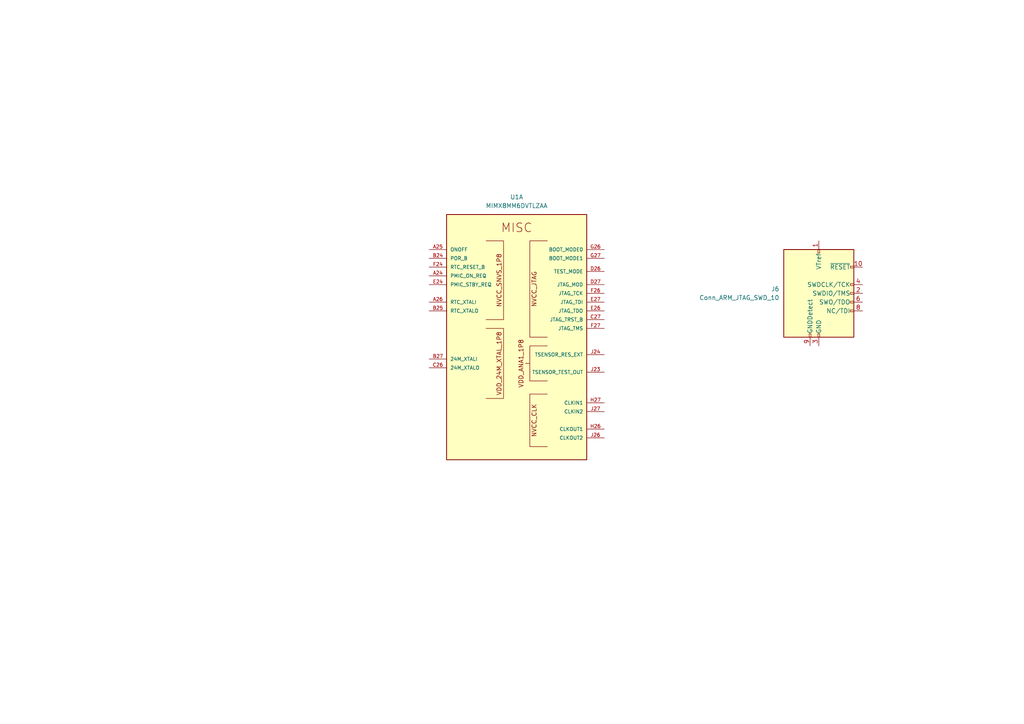
<source format=kicad_sch>
(kicad_sch (version 20211123) (generator eeschema)
  (paper "A4")
  (lib_symbols
    (symbol "Connector:Conn_ARM_JTAG_SWD_10" (pin_names (offset 1.016))
      (property "Reference" "J" (at -2.54 16.51 0))
      (property "Value" "Conn_ARM_JTAG_SWD_10" (at -2.54 13.97 0))
      (symbol "Conn_ARM_JTAG_SWD_10_0_1"
        (rectangle (start -10.16 12.7) (end 10.16 -12.7) (stroke (width 0.254)) (fill (type background)))
        (rectangle (start -2.794 -12.7) (end -2.286 -11.684))
        (rectangle (start -0.254 -12.7) (end 0.254 -11.684))
        (rectangle (start -0.254 12.7) (end 0.254 11.684))
        (rectangle (start 9.144 2.286) (end 10.16 2.794))
        (rectangle (start 10.16 -2.794) (end 9.144 -2.286))
        (rectangle (start 10.16 -0.254) (end 9.144 0.254))
        (rectangle (start 10.16 7.874) (end 9.144 7.366))
      )
      (symbol "Conn_ARM_JTAG_SWD_10_1_1"
        (rectangle (start 9.144 -5.334) (end 10.16 -4.826))
        (pin power_in line (at 0 15.24 270) (length 2.54) (name "VTref") (number "1"))
        (pin open_collector line (at 12.7 7.62 180) (length 2.54) (name "~{RESET}") (number "10"))
        (pin bidirectional line (at 12.7 0 180) (length 2.54) (name "SWDIO/TMS") (number "2"))
        (pin power_in line (at 0 -15.24 90) (length 2.54) (name "GND") (number "3"))
        (pin output line (at 12.7 2.54 180) (length 2.54) (name "SWDCLK/TCK") (number "4"))
        (pin passive line (at 0 -15.24 90) (length 2.54) hide (name "GND") (number "5"))
        (pin input line (at 12.7 -2.54 180) (length 2.54) (name "SWO/TDO") (number "6"))
        (pin no_connect line (at -10.16 0 0) (length 2.54) hide (name "KEY") (number "7"))
        (pin output line (at 12.7 -5.08 180) (length 2.54) (name "NC/TDI") (number "8"))
        (pin passive line (at -2.54 -15.24 90) (length 2.54) (name "GNDDetect") (number "9"))
      )
    )
    (symbol "qsbc:MIMX8MM6DVTLZAA" (pin_names (offset 1.016))
      (property "Reference" "U" (at 16.51 13.97 0))
      (property "Value" "MIMX8MM6DVTLZAA" (at -20.32 13.97 0))
      (symbol "MIMX8MM6DVTLZAA_1_0"
        (rectangle (start -20.32 13.97) (end 20.32 -57.15) (stroke (width 0.254)) (fill (type background)))
        (polyline (pts (xy 3.81 -29.21) (xy 2.54 -29.21)) (stroke (width 0.1524)))
        (text "MISC" (at 0 10.16 0) (effects (font (size 2.54 2.54))))
        (text "NVCC_CLK" (at 5.08 -45.72 900) (effects (font (size 1.27 1.27))))
        (text "NVCC_JTAG" (at 5.08 -7.62 900) (effects (font (size 1.27 1.27))))
        (text "NVCC_SNVS_1P8" (at -5.08 -5.08 900) (effects (font (size 1.27 1.27))))
        (text "VDD_24M_XTAL_1P8" (at -5.08 -29.21 900) (effects (font (size 1.27 1.27))))
        (text "VDD_ANA1_1P8" (at 1.27 -29.21 900) (effects (font (size 1.27 1.27))))
        (pin bidirectional line (at -25.4 -3.81 0) (length 5.08) (name "PMIC_ON_REQ") (number "A24"))
        (pin bidirectional line (at -25.4 3.81 0) (length 5.08) (name "ONOFF") (number "A25"))
        (pin input line (at -25.4 -11.43 0) (length 5.08) (name "RTC_XTALI") (number "A26"))
        (pin bidirectional line (at -25.4 1.27 0) (length 5.08) (name "POR_B") (number "B24"))
        (pin output line (at -25.4 -13.97 0) (length 5.08) (name "RTC_XTALO") (number "B25"))
        (pin input line (at -25.4 -27.94 0) (length 5.08) (name "24M_XTALI") (number "B27"))
        (pin output line (at -25.4 -30.48 0) (length 5.08) (name "24M_XTALO") (number "C26"))
        (pin bidirectional line (at 25.4 -16.51 180) (length 5.08) (name "JTAG_TRST_B") (number "C27"))
        (pin bidirectional line (at 25.4 -2.54 180) (length 5.08) (name "TEST_MODE") (number "D26"))
        (pin bidirectional line (at 25.4 -6.35 180) (length 5.08) (name "JTAG_MOD") (number "D27"))
        (pin bidirectional line (at -25.4 -6.35 0) (length 5.08) (name "PMIC_STBY_REQ") (number "E24"))
        (pin bidirectional line (at 25.4 -13.97 180) (length 5.08) (name "JTAG_TDO") (number "E26"))
        (pin bidirectional line (at 25.4 -11.43 180) (length 5.08) (name "JTAG_TDI") (number "E27"))
        (pin bidirectional line (at -25.4 -1.27 0) (length 5.08) (name "RTC_RESET_B") (number "F24"))
        (pin bidirectional line (at 25.4 -8.89 180) (length 5.08) (name "JTAG_TCK") (number "F26"))
        (pin bidirectional line (at 25.4 -19.05 180) (length 5.08) (name "JTAG_TMS") (number "F27"))
        (pin bidirectional line (at 25.4 3.81 180) (length 5.08) (name "BOOT_MODE0") (number "G26"))
        (pin bidirectional line (at 25.4 1.27 180) (length 5.08) (name "BOOT_MODE1") (number "G27"))
        (pin bidirectional line (at 25.4 -48.26 180) (length 5.08) (name "CLKOUT1") (number "H26"))
        (pin bidirectional line (at 25.4 -40.64 180) (length 5.08) (name "CLKIN1") (number "H27"))
        (pin passive line (at 25.4 -31.75 180) (length 5.08) (name "TSENSOR_TEST_OUT") (number "J23"))
        (pin passive line (at 25.4 -26.67 180) (length 5.08) (name "TSENSOR_RES_EXT") (number "J24"))
        (pin bidirectional line (at 25.4 -50.8 180) (length 5.08) (name "CLKOUT2") (number "J26"))
        (pin bidirectional line (at 25.4 -43.18 180) (length 5.08) (name "CLKIN2") (number "J27"))
      )
      (symbol "MIMX8MM6DVTLZAA_1_1"
        (polyline (pts (xy -8.89 -19.05) (xy -3.81 -19.05) (xy -3.81 -39.37) (xy -8.89 -39.37)) (stroke (width 0.1524)))
        (polyline (pts (xy -8.89 6.35) (xy -3.81 6.35) (xy -3.81 -16.51) (xy -8.89 -16.51)) (stroke (width 0.1524)))
        (polyline (pts (xy 8.89 -38.1) (xy 3.81 -38.1) (xy 3.81 -53.34) (xy 8.89 -53.34)) (stroke (width 0.1524)))
        (polyline (pts (xy 8.89 -24.13) (xy 3.81 -24.13) (xy 3.81 -34.29) (xy 8.89 -34.29)) (stroke (width 0.1524)))
        (polyline (pts (xy 8.89 6.35) (xy 3.81 6.35) (xy 3.81 -21.59) (xy 8.89 -21.59)) (stroke (width 0.1524)))
      )
      (symbol "MIMX8MM6DVTLZAA_2_0"
        (rectangle (start -20.32 13.97) (end 20.32 -128.27) (stroke (width 0.254)) (fill (type background)))
        (text "DDR" (at 0 10.16 0) (effects (font (size 2.54 2.54))))
        (pin bidirectional line (at 25.4 -48.26 180) (length 5.08) (name "DRAM_DQS0_P") (number "A2"))
        (pin bidirectional line (at 25.4 -17.78 180) (length 5.08) (name "DRAM_DQ06") (number "A3"))
        (pin bidirectional line (at 25.4 5.08 180) (length 5.08) (name "DRAM_DM0") (number "A4"))
        (pin bidirectional line (at 25.4 -2.54 180) (length 5.08) (name "DRAM_DQ00") (number "A5"))
        (pin passive line (at 25.4 -111.76 180) (length 5.08) (name "DRAM_DQS2_P") (number "AA1"))
        (pin passive line (at 25.4 -63.5 180) (length 5.08) (name "DRAM_DQ17") (number "AA2"))
        (pin passive line (at 25.4 -104.14 180) (length 5.08) (name "DRAM_DM2") (number "AB1"))
        (pin passive line (at 25.4 -60.96 180) (length 5.08) (name "DRAM_DQ16") (number "AB2"))
        (pin bidirectional line (at -25.4 -50.8 0) (length 5.08) (name "DRAM_AC20") (number "AB4"))
        (pin bidirectional line (at -25.4 -53.34 0) (length 5.08) (name "DRAM_AC21") (number "AB5"))
        (pin bidirectional line (at -25.4 -86.36 0) (length 5.08) (name "DRAM_AC38") (number "AB6"))
        (pin passive line (at 25.4 -76.2 180) (length 5.08) (name "DRAM_DQ22") (number "AC1"))
        (pin passive line (at 25.4 -78.74 180) (length 5.08) (name "DRAM_DQ23") (number "AC2"))
        (pin bidirectional line (at -25.4 -20.32 0) (length 5.08) (name "DRAM_AC30") (number "AC4"))
        (pin passive line (at 25.4 -88.9 180) (length 5.08) (name "DRAM_DQ27") (number "AD1"))
        (pin passive line (at 25.4 -86.36 180) (length 5.08) (name "DRAM_DQ26") (number "AD2"))
        (pin bidirectional line (at -25.4 5.08 0) (length 5.08) (name "DRAM_AC31") (number "AD5"))
        (pin passive line (at 25.4 -91.44 180) (length 5.08) (name "DRAM_DQ28") (number "AE1"))
        (pin passive line (at 25.4 -93.98 180) (length 5.08) (name "DRAM_DQ29") (number "AF1"))
        (pin passive line (at 25.4 -121.92 180) (length 5.08) (name "DRAM_DQS3_N") (number "AF2"))
        (pin passive line (at 25.4 -99.06 180) (length 5.08) (name "DRAM_DQ31") (number "AF4"))
        (pin passive line (at 25.4 -83.82 180) (length 5.08) (name "DRAM_DQ25") (number "AF5"))
        (pin passive line (at 25.4 -119.38 180) (length 5.08) (name "DRAM_DQS3_P") (number "AG2"))
        (pin passive line (at 25.4 -96.52 180) (length 5.08) (name "DRAM_DQ30") (number "AG3"))
        (pin passive line (at 25.4 -106.68 180) (length 5.08) (name "DRAM_DM3") (number "AG4"))
        (pin passive line (at 25.4 -81.28 180) (length 5.08) (name "DRAM_DQ24") (number "AG5"))
        (pin bidirectional line (at 25.4 -15.24 180) (length 5.08) (name "DRAM_DQ05") (number "B1"))
        (pin bidirectional line (at 25.4 -45.72 180) (length 5.08) (name "DRAM_DQS0_N") (number "B2"))
        (pin bidirectional line (at 25.4 -20.32 180) (length 5.08) (name "DRAM_DQ07") (number "B4"))
        (pin bidirectional line (at 25.4 -5.08 180) (length 5.08) (name "DRAM_DQ01") (number "B5"))
        (pin bidirectional line (at 25.4 -12.7 180) (length 5.08) (name "DRAM_DQ04") (number "C1"))
        (pin bidirectional line (at 25.4 -10.16 180) (length 5.08) (name "DRAM_DQ03") (number "D1"))
        (pin bidirectional line (at 25.4 -7.62 180) (length 5.08) (name "DRAM_DQ02") (number "D2"))
        (pin bidirectional line (at -25.4 -15.24 0) (length 5.08) (name "DRAM_AC11") (number "D5"))
        (pin bidirectional line (at 25.4 -38.1 180) (length 5.08) (name "DRAM_DQ14") (number "E1"))
        (pin bidirectional line (at 25.4 -40.64 180) (length 5.08) (name "DRAM_DQ15") (number "E2"))
        (pin bidirectional line (at -25.4 -12.7 0) (length 5.08) (name "DRAM_AC10") (number "E4"))
        (pin bidirectional line (at 25.4 2.54 180) (length 5.08) (name "DRAM_DM1") (number "F1"))
        (pin bidirectional line (at 25.4 -22.86 180) (length 5.08) (name "DRAM_DQ08") (number "F2"))
        (pin bidirectional line (at -25.4 -40.64 0) (length 5.08) (name "DRAM_AC00") (number "F4"))
        (pin bidirectional line (at -25.4 -43.18 0) (length 5.08) (name "DRAM_AC01") (number "F5"))
        (pin bidirectional line (at -25.4 -63.5 0) (length 5.08) (name "DRAM_AC06") (number "F6"))
        (pin bidirectional line (at 25.4 -55.88 180) (length 5.08) (name "DRAM_DQS1_P") (number "G1"))
        (pin bidirectional line (at 25.4 -25.4 180) (length 5.08) (name "DRAM_DQ09") (number "G2"))
        (pin bidirectional line (at 25.4 -53.34 180) (length 5.08) (name "DRAM_DQS1_N") (number "H1"))
        (pin bidirectional line (at 25.4 -27.94 180) (length 5.08) (name "DRAM_DQ10") (number "J1"))
        (pin bidirectional line (at 25.4 -30.48 180) (length 5.08) (name "DRAM_DQ11") (number "J2"))
        (pin bidirectional line (at -25.4 -66.04 0) (length 5.08) (name "DRAM_AC03") (number "J4"))
        (pin bidirectional line (at -25.4 -17.78 0) (length 5.08) (name "DRAM_AC07") (number "J5"))
        (pin bidirectional line (at -25.4 -25.4 0) (length 5.08) (name "DRAM_AC08") (number "J6"))
        (pin bidirectional line (at 25.4 -35.56 180) (length 5.08) (name "DRAM_DQ13") (number "K1"))
        (pin bidirectional line (at 25.4 -33.02 180) (length 5.08) (name "DRAM_DQ12") (number "K2"))
        (pin bidirectional line (at -25.4 -60.96 0) (length 5.08) (name "DRAM_AC02") (number "K4"))
        (pin bidirectional line (at -25.4 -5.08 0) (length 5.08) (name "DRAM_AC14") (number "K5"))
        (pin bidirectional line (at -25.4 -22.86 0) (length 5.08) (name "DRAM_AC09") (number "K6"))
        (pin bidirectional line (at -25.4 -58.42 0) (length 5.08) (name "DRAM_AC05") (number "L1"))
        (pin bidirectional line (at -25.4 -55.88 0) (length 5.08) (name "DRAM_AC04") (number "L2"))
        (pin bidirectional line (at -25.4 -45.72 0) (length 5.08) (name "DRAM_AC16") (number "M1"))
        (pin bidirectional line (at -25.4 -48.26 0) (length 5.08) (name "DRAM_AC17") (number "M2"))
        (pin bidirectional line (at -25.4 -71.12 0) (length 5.08) (name "DRAM_AC26") (number "N1"))
        (pin bidirectional line (at -25.4 -83.82 0) (length 5.08) (name "DRAM_AC19") (number "N2"))
        (pin bidirectional line (at -25.4 -10.16 0) (length 5.08) (name "DRAM_AC12") (number "N4"))
        (pin bidirectional line (at -25.4 -7.62 0) (length 5.08) (name "DRAM_AC13") (number "N5"))
        (pin bidirectional line (at -25.4 -2.54 0) (length 5.08) (name "DRAM_AC15") (number "N6"))
        (pin bidirectional line (at -25.4 -101.6 0) (length 5.08) (name "DRAM_VREF") (number "P1"))
        (pin bidirectional line (at -25.4 -106.68 0) (length 5.08) (name "DRAM_ZN") (number "P2"))
        (pin bidirectional line (at -25.4 -96.52 0) (length 5.08) (name "DRAM_RESET_N") (number "R1"))
        (pin bidirectional line (at -25.4 -111.76 0) (length 5.08) (name "DRAM_ALERT_N") (number "R2"))
        (pin bidirectional line (at -25.4 -78.74 0) (length 5.08) (name "DRAM_AC32") (number "R4"))
        (pin bidirectional line (at -25.4 -33.02 0) (length 5.08) (name "DRAM_AC33") (number "R5"))
        (pin bidirectional line (at -25.4 -88.9 0) (length 5.08) (name "DRAM_AC27") (number "R6"))
        (pin bidirectional line (at -25.4 -30.48 0) (length 5.08) (name "DRAM_AC34") (number "T1"))
        (pin bidirectional line (at -25.4 -35.56 0) (length 5.08) (name "DRAM_AC35") (number "T2"))
        (pin bidirectional line (at -25.4 2.54 0) (length 5.08) (name "DRAM_AC25") (number "U1"))
        (pin bidirectional line (at -25.4 0 0) (length 5.08) (name "DRAM_AC24") (number "U2"))
        (pin passive line (at 25.4 -73.66 180) (length 5.08) (name "DRAM_DQ21") (number "V1"))
        (pin passive line (at 25.4 -71.12 180) (length 5.08) (name "DRAM_DQ20") (number "V2"))
        (pin bidirectional line (at -25.4 -81.28 0) (length 5.08) (name "DRAM_AC23") (number "V4"))
        (pin bidirectional line (at -25.4 -73.66 0) (length 5.08) (name "DRAM_AC36") (number "V5"))
        (pin bidirectional line (at -25.4 -68.58 0) (length 5.08) (name "DRAM_AC29") (number "V6"))
        (pin passive line (at 25.4 -66.04 180) (length 5.08) (name "DRAM_DQ18") (number "W1"))
        (pin passive line (at 25.4 -68.58 180) (length 5.08) (name "DRAM_DQ19") (number "W2"))
        (pin bidirectional line (at -25.4 -91.44 0) (length 5.08) (name "DRAM_AC22") (number "W4"))
        (pin bidirectional line (at -25.4 -76.2 0) (length 5.08) (name "DRAM_AC37") (number "W5"))
        (pin bidirectional line (at -25.4 -27.94 0) (length 5.08) (name "DRAM_AC28") (number "W6"))
        (pin passive line (at 25.4 -114.3 180) (length 5.08) (name "DRAM_DQS2_N") (number "Y1"))
      )
      (symbol "MIMX8MM6DVTLZAA_3_0"
        (rectangle (start -20.32 13.97) (end 20.32 -40.64) (stroke (width 0.254)) (fill (type background)))
        (text "GPIO" (at 0 10.16 0) (effects (font (size 2.54 2.54))))
        (text "NVCC_GPIO1" (at -13.97 -15.24 900) (effects (font (size 1.27 1.27))))
        (pin bidirectional line (at 25.4 -26.67 180) (length 5.08) (name "GPIO1_IO12") (number "AB10"))
        (pin bidirectional line (at 25.4 -34.29 180) (length 5.08) (name "GPIO1_IO15") (number "AB9"))
        (pin bidirectional line (at 25.4 -24.13 180) (length 5.08) (name "GPIO1_IO11") (number "AC10"))
        (pin bidirectional line (at 25.4 -31.75 180) (length 5.08) (name "GPIO1_IO14") (number "AC9"))
        (pin bidirectional line (at 25.4 -21.59 180) (length 5.08) (name "GPIO1_IO10") (number "AD10"))
        (pin bidirectional line (at 25.4 -29.21 180) (length 5.08) (name "GPIO1_IO13") (number "AD9"))
        (pin bidirectional line (at 25.4 -19.05 180) (length 5.08) (name "GPIO1_IO09") (number "AF10"))
        (pin bidirectional line (at 25.4 -13.97 180) (length 5.08) (name "GPIO1_IO07") (number "AF11"))
        (pin bidirectional line (at 25.4 -8.89 180) (length 5.08) (name "GPIO1_IO05") (number "AF12"))
        (pin bidirectional line (at 25.4 -3.81 180) (length 5.08) (name "GPIO1_IO03") (number "AF13"))
        (pin bidirectional line (at 25.4 1.27 180) (length 5.08) (name "GPIO1_IO01") (number "AF14"))
        (pin bidirectional line (at 25.4 -16.51 180) (length 5.08) (name "GPIO1_IO08") (number "AG10"))
        (pin bidirectional line (at 25.4 -11.43 180) (length 5.08) (name "GPIO1_IO06") (number "AG11"))
        (pin bidirectional line (at 25.4 -6.35 180) (length 5.08) (name "GPIO1_IO04") (number "AG12"))
        (pin bidirectional line (at 25.4 -1.27 180) (length 5.08) (name "GPIO1_IO02") (number "AG13"))
        (pin bidirectional line (at 25.4 3.81 180) (length 5.08) (name "GPIO1_IO00") (number "AG14"))
      )
      (symbol "MIMX8MM6DVTLZAA_3_1"
        (polyline (pts (xy -10.16 6.35) (xy -15.24 6.35) (xy -15.24 -36.83) (xy -10.16 -36.83)) (stroke (width 0.1524)))
      )
      (symbol "MIMX8MM6DVTLZAA_4_0"
        (rectangle (start -20.32 13.97) (end 20.32 -38.1) (stroke (width 0.254)) (fill (type background)))
        (text "CSI" (at 0 10.16 0) (effects (font (size 2.54 2.54))))
        (text "VDD_MIPI_1P8" (at -13.97 -13.97 900) (effects (font (size 1.27 1.27))))
        (pin bidirectional line (at 25.4 -5.08 180) (length 5.08) (name "MIPI_CSI_D0_N") (number "A14"))
        (pin bidirectional line (at 25.4 -12.7 180) (length 5.08) (name "MIPI_CSI_D1_N") (number "A15"))
        (pin bidirectional line (at 25.4 3.81 180) (length 5.08) (name "MIPI_CSI_CLK_N") (number "A16"))
        (pin bidirectional line (at 25.4 -20.32 180) (length 5.08) (name "MIPI_CSI_D2_N") (number "A17"))
        (pin bidirectional line (at 25.4 -27.94 180) (length 5.08) (name "MIPI_CSI_D3_N") (number "A18"))
        (pin bidirectional line (at 25.4 -7.62 180) (length 5.08) (name "MIPI_CSI_D0_P") (number "B14"))
        (pin bidirectional line (at 25.4 -15.24 180) (length 5.08) (name "MIPI_CSI_D1_P") (number "B15"))
        (pin bidirectional line (at 25.4 1.27 180) (length 5.08) (name "MIPI_CSI_CLK_P") (number "B16"))
        (pin bidirectional line (at 25.4 -22.86 180) (length 5.08) (name "MIPI_CSI_D2_P") (number "B17"))
        (pin bidirectional line (at 25.4 -30.48 180) (length 5.08) (name "MIPI_CSI_D3_P") (number "B18"))
      )
      (symbol "MIMX8MM6DVTLZAA_4_1"
        (polyline (pts (xy -10.16 6.35) (xy -15.24 6.35) (xy -15.24 -34.29) (xy -10.16 -34.29)) (stroke (width 0.1524)))
      )
      (symbol "MIMX8MM6DVTLZAA_5_0"
        (rectangle (start -20.32 13.97) (end 20.32 -55.88) (stroke (width 0.254)) (fill (type background)))
        (text "NAND" (at 0 10.16 0) (effects (font (size 2.54 2.54))))
        (text "NVCC_NAND" (at -13.97 -22.86 900) (effects (font (size 1.27 1.27))))
        (pin bidirectional line (at 25.4 -31.75 180) (length 5.08) (name "NAND_DATA02") (number "K23"))
        (pin bidirectional line (at 25.4 -29.21 180) (length 5.08) (name "NAND_DATA01") (number "K24"))
        (pin bidirectional line (at 25.4 -41.91 180) (length 5.08) (name "NAND_DATA06") (number "K26"))
        (pin bidirectional line (at 25.4 -11.43 180) (length 5.08) (name "NAND_CLE") (number "K27"))
        (pin bidirectional line (at 25.4 -39.37 180) (length 5.08) (name "NAND_DATA05") (number "L26"))
        (pin bidirectional line (at 25.4 -3.81 180) (length 5.08) (name "NAND_CE3_B") (number "L27"))
        (pin bidirectional line (at 25.4 -36.83 180) (length 5.08) (name "NAND_DATA04") (number "M26"))
        (pin bidirectional line (at 25.4 -1.27 180) (length 5.08) (name "NAND_CE2_B") (number "M27"))
        (pin bidirectional line (at 25.4 -8.89 180) (length 5.08) (name "NAND_ALE") (number "N22"))
        (pin bidirectional line (at 25.4 -34.29 180) (length 5.08) (name "NAND_DATA03") (number "N23"))
        (pin bidirectional line (at 25.4 3.81 180) (length 5.08) (name "NAND_CE0_B") (number "N24"))
        (pin bidirectional line (at 25.4 -44.45 180) (length 5.08) (name "NAND_DATA07") (number "N26"))
        (pin bidirectional line (at 25.4 -13.97 180) (length 5.08) (name "NAND_RE_B") (number "N27"))
        (pin bidirectional line (at 25.4 -26.67 180) (length 5.08) (name "NAND_DATA00") (number "P23"))
        (pin bidirectional line (at 25.4 -21.59 180) (length 5.08) (name "NAND_READY_B") (number "P26"))
        (pin bidirectional line (at 25.4 1.27 180) (length 5.08) (name "NAND_CE1_B") (number "P27"))
        (pin bidirectional line (at 25.4 -49.53 180) (length 5.08) (name "NAND_DQS") (number "R22"))
        (pin bidirectional line (at 25.4 -16.51 180) (length 5.08) (name "NAND_WE_B") (number "R26"))
        (pin bidirectional line (at 25.4 -19.05 180) (length 5.08) (name "NAND_WP_B") (number "R27"))
      )
      (symbol "MIMX8MM6DVTLZAA_5_1"
        (polyline (pts (xy -10.16 6.35) (xy -15.24 6.35) (xy -15.24 -52.07) (xy -10.16 -52.07)) (stroke (width 0.1524)))
      )
      (symbol "MIMX8MM6DVTLZAA_6_0"
        (rectangle (start -20.32 13.97) (end 20.32 -83.82) (stroke (width 0.254)) (fill (type background)))
        (text "NVCC_SAI1" (at -3.81 -22.86 900) (effects (font (size 1.27 1.27))))
        (text "NVCC_SAI2" (at 3.81 -68.58 900) (effects (font (size 1.27 1.27))))
        (text "NVCC_SAI3" (at 3.81 -36.83 900) (effects (font (size 1.27 1.27))))
        (text "NVCC_SAI5" (at 3.81 -5.08 900) (effects (font (size 1.27 1.27))))
        (text "SAI" (at 0 10.16 0) (effects (font (size 2.54 2.54))))
        (pin bidirectional line (at 25.4 0 180) (length 5.08) (name "SAI5_RXFS") (number "AB15"))
        (pin bidirectional line (at -25.4 3.81 0) (length 5.08) (name "SAI1_MCLK") (number "AB18"))
        (pin bidirectional line (at -25.4 0 0) (length 5.08) (name "SAI1_TXFS") (number "AB19"))
        (pin bidirectional line (at 25.4 -74.93 180) (length 5.08) (name "SAI2_RXC") (number "AB22"))
        (pin bidirectional line (at 25.4 -12.7 180) (length 5.08) (name "SAI5_RXD3") (number "AC13"))
        (pin bidirectional line (at 25.4 -7.62 180) (length 5.08) (name "SAI5_RXD1") (number "AC14"))
        (pin bidirectional line (at 25.4 -2.54 180) (length 5.08) (name "SAI5_RXC") (number "AC15"))
        (pin bidirectional line (at -25.4 -2.54 0) (length 5.08) (name "SAI1_TXC") (number "AC18"))
        (pin bidirectional line (at 25.4 -72.39 180) (length 5.08) (name "SAI2_RXFS") (number "AC19"))
        (pin bidirectional line (at 25.4 -68.58 180) (length 5.08) (name "SAI2_TXD0") (number "AC22"))
        (pin bidirectional line (at 25.4 -77.47 180) (length 5.08) (name "SAI2_RXD0") (number "AC24"))
        (pin bidirectional line (at 25.4 -26.67 180) (length 5.08) (name "SAI3_TXFS") (number "AC6"))
        (pin bidirectional line (at 25.4 -10.16 180) (length 5.08) (name "SAI5_RXD2") (number "AD13"))
        (pin bidirectional line (at 25.4 3.81 180) (length 5.08) (name "SAI5_MCLK") (number "AD15"))
        (pin bidirectional line (at 25.4 -5.08 180) (length 5.08) (name "SAI5_RXD0") (number "AD18"))
        (pin bidirectional line (at 25.4 -59.69 180) (length 5.08) (name "SAI2_MCLK") (number "AD19"))
        (pin bidirectional line (at 25.4 -66.04 180) (length 5.08) (name "SAI2_TXC") (number "AD22"))
        (pin bidirectional line (at 25.4 -63.5 180) (length 5.08) (name "SAI2_TXFS") (number "AD23"))
        (pin bidirectional line (at 25.4 -22.86 180) (length 5.08) (name "SAI3_MCLK") (number "AD6"))
        (pin bidirectional line (at -25.4 -34.29 0) (length 5.08) (name "SAI1_RXD1") (number "AF15"))
        (pin bidirectional line (at -25.4 -29.21 0) (length 5.08) (name "SAI1_RXC") (number "AF16"))
        (pin bidirectional line (at -25.4 -39.37 0) (length 5.08) (name "SAI1_RXD3") (number "AF17"))
        (pin bidirectional line (at -25.4 -44.45 0) (length 5.08) (name "SAI1_RXD5") (number "AF18"))
        (pin bidirectional line (at -25.4 -49.53 0) (length 5.08) (name "SAI1_RXD7") (number "AF19"))
        (pin bidirectional line (at -25.4 -7.62 0) (length 5.08) (name "SAI1_TXD1") (number "AF20"))
        (pin bidirectional line (at -25.4 -12.7 0) (length 5.08) (name "SAI1_TXD3") (number "AF21"))
        (pin bidirectional line (at -25.4 -17.78 0) (length 5.08) (name "SAI1_TXD5") (number "AF22"))
        (pin bidirectional line (at -25.4 -22.86 0) (length 5.08) (name "SAI1_TXD7") (number "AF23"))
        (pin bidirectional line (at 25.4 -31.75 180) (length 5.08) (name "SAI3_TXD") (number "AF6"))
        (pin bidirectional line (at 25.4 -40.64 180) (length 5.08) (name "SAI3_RXD") (number "AF7"))
        (pin bidirectional line (at 25.4 -45.72 180) (length 5.08) (name "SPDIF_EXT_CLK") (number "AF8"))
        (pin bidirectional line (at 25.4 -50.8 180) (length 5.08) (name "SPDIF_TX") (number "AF9"))
        (pin bidirectional line (at -25.4 -31.75 0) (length 5.08) (name "SAI1_RXD0") (number "AG15"))
        (pin bidirectional line (at -25.4 -26.67 0) (length 5.08) (name "SAI1_RXFS") (number "AG16"))
        (pin bidirectional line (at -25.4 -36.83 0) (length 5.08) (name "SAI1_RXD2") (number "AG17"))
        (pin bidirectional line (at -25.4 -41.91 0) (length 5.08) (name "SAI1_RXD4") (number "AG18"))
        (pin bidirectional line (at -25.4 -46.99 0) (length 5.08) (name "SAI1_RXD6") (number "AG19"))
        (pin bidirectional line (at -25.4 -5.08 0) (length 5.08) (name "SAI1_TXD0") (number "AG20"))
        (pin bidirectional line (at -25.4 -10.16 0) (length 5.08) (name "SAI1_TXD2") (number "AG21"))
        (pin bidirectional line (at -25.4 -15.24 0) (length 5.08) (name "SAI1_TXD4") (number "AG22"))
        (pin bidirectional line (at -25.4 -20.32 0) (length 5.08) (name "SAI1_TXD6") (number "AG23"))
        (pin bidirectional line (at 25.4 -29.21 180) (length 5.08) (name "SAI3_TXC") (number "AG6"))
        (pin bidirectional line (at 25.4 -38.1 180) (length 5.08) (name "SAI3_RXC") (number "AG7"))
        (pin bidirectional line (at 25.4 -35.56 180) (length 5.08) (name "SAI3_RXFS") (number "AG8"))
        (pin bidirectional line (at 25.4 -48.26 180) (length 5.08) (name "SPDIF_RX") (number "AG9"))
      )
      (symbol "MIMX8MM6DVTLZAA_6_1"
        (polyline (pts (xy -7.62 6.35) (xy -2.54 6.35) (xy -2.54 -52.07) (xy -7.62 -52.07)) (stroke (width 0.1524)))
        (polyline (pts (xy 7.62 -57.15) (xy 2.54 -57.15) (xy 2.54 -80.01) (xy 7.62 -80.01)) (stroke (width 0.1524)))
        (polyline (pts (xy 7.62 -20.32) (xy 2.54 -20.32) (xy 2.54 -53.34) (xy 7.62 -53.34)) (stroke (width 0.1524)))
        (polyline (pts (xy 7.62 6.35) (xy 2.54 6.35) (xy 2.54 -16.51) (xy 7.62 -16.51)) (stroke (width 0.1524)))
      )
      (symbol "MIMX8MM6DVTLZAA_7_0"
        (rectangle (start -20.32 13.97) (end 20.32 -40.64) (stroke (width 0.254)) (fill (type background)))
        (text "ENET" (at 0 10.16 0) (effects (font (size 2.54 2.54))))
        (text "NVCC_ENET" (at -13.97 -15.24 900) (effects (font (size 1.27 1.27))))
        (pin bidirectional line (at 25.4 1.27 180) (length 5.08) (name "ENET_MDIO") (number "AB27"))
        (pin bidirectional line (at 25.4 -34.29 180) (length 5.08) (name "ENET_RD3") (number "AC26"))
        (pin bidirectional line (at 25.4 3.81 180) (length 5.08) (name "ENET_MDC") (number "AC27"))
        (pin bidirectional line (at 25.4 -31.75 180) (length 5.08) (name "ENET_RD2") (number "AD26"))
        (pin bidirectional line (at 25.4 -29.21 180) (length 5.08) (name "ENET_RD1") (number "AD27"))
        (pin bidirectional line (at 25.4 -24.13 180) (length 5.08) (name "ENET_RXC") (number "AE26"))
        (pin bidirectional line (at 25.4 -26.67 180) (length 5.08) (name "ENET_RD0") (number "AE27"))
        (pin bidirectional line (at 25.4 -3.81 180) (length 5.08) (name "ENET_TX_CTL") (number "AF24"))
        (pin bidirectional line (at 25.4 -16.51 180) (length 5.08) (name "ENET_TD3") (number "AF25"))
        (pin bidirectional line (at 25.4 -11.43 180) (length 5.08) (name "ENET_TD1") (number "AF26"))
        (pin bidirectional line (at 25.4 -21.59 180) (length 5.08) (name "ENET_RX_CTL") (number "AF27"))
        (pin bidirectional line (at 25.4 -6.35 180) (length 5.08) (name "ENET_TXC") (number "AG24"))
        (pin bidirectional line (at 25.4 -13.97 180) (length 5.08) (name "ENET_TD2") (number "AG25"))
        (pin bidirectional line (at 25.4 -8.89 180) (length 5.08) (name "ENET_TD0") (number "AG26"))
      )
      (symbol "MIMX8MM6DVTLZAA_7_1"
        (polyline (pts (xy -10.16 6.35) (xy -15.24 6.35) (xy -15.24 -36.83) (xy -10.16 -36.83)) (stroke (width 0.1524)))
      )
      (symbol "MIMX8MM6DVTLZAA_8_0"
        (rectangle (start -20.32 13.97) (end 20.32 -121.92) (stroke (width 0.254)) (fill (type background)))
        (text "GND" (at 0 10.16 0) (effects (font (size 2.54 2.54))))
        (pin power_in line (at 25.4 -48.26 180) (length 5.08) (name "VSS") (number "A1"))
        (pin power_in line (at -25.4 -119.38 0) (length 5.08) (name "VSS") (number "A27"))
        (pin power_in line (at -25.4 -27.94 0) (length 5.08) (name "VSS") (number "AA10"))
        (pin power_in line (at -25.4 2.54 0) (length 5.08) (name "VSS") (number "AA13"))
        (pin power_in line (at 25.4 -73.66 180) (length 5.08) (name "VSS") (number "AA15"))
        (pin power_in line (at 25.4 -109.22 180) (length 5.08) (name "VSS") (number "AA18"))
        (pin power_in line (at 25.4 -114.3 180) (length 5.08) (name "VSS") (number "AA19"))
        (pin power_in line (at -25.4 -91.44 0) (length 5.08) (name "VSS") (number "AA21"))
        (pin power_in line (at -25.4 -40.64 0) (length 5.08) (name "VSS") (number "AA7"))
        (pin power_in line (at -25.4 -43.18 0) (length 5.08) (name "VSS") (number "AA9"))
        (pin power_in line (at 25.4 -99.06 180) (length 5.08) (name "VSS") (number "AB25"))
        (pin power_in line (at 25.4 -7.62 180) (length 5.08) (name "VSS") (number "AB3"))
        (pin power_in line (at 25.4 -96.52 180) (length 5.08) (name "VSS") (number "AC25"))
        (pin power_in line (at 25.4 -5.08 180) (length 5.08) (name "VSS") (number "AC3"))
        (pin power_in line (at -25.4 -12.7 0) (length 5.08) (name "VSS") (number "AE10"))
        (pin power_in line (at -25.4 7.62 0) (length 5.08) (name "VSS") (number "AE13"))
        (pin power_in line (at -25.4 -58.42 0) (length 5.08) (name "VSS") (number "AE14"))
        (pin power_in line (at 25.4 -76.2 180) (length 5.08) (name "VSS") (number "AE15"))
        (pin power_in line (at -25.4 -60.96 0) (length 5.08) (name "VSS") (number "AE18"))
        (pin power_in line (at -25.4 -66.04 0) (length 5.08) (name "VSS") (number "AE19"))
        (pin power_in line (at 25.4 -53.34 180) (length 5.08) (name "VSS") (number "AE2"))
        (pin power_in line (at -25.4 -106.68 0) (length 5.08) (name "VSS") (number "AE22"))
        (pin power_in line (at -25.4 -111.76 0) (length 5.08) (name "VSS") (number "AE23"))
        (pin power_in line (at 25.4 -2.54 180) (length 5.08) (name "VSS") (number "AE5"))
        (pin power_in line (at 25.4 7.62 180) (length 5.08) (name "VSS") (number "AE6"))
        (pin power_in line (at -25.4 -30.48 0) (length 5.08) (name "VSS") (number "AE9"))
        (pin power_in line (at 25.4 -12.7 180) (length 5.08) (name "VSS") (number "AF3"))
        (pin power_in line (at 25.4 -50.8 180) (length 5.08) (name "VSS") (number "AG1"))
        (pin power_in line (at 25.4 -116.84 180) (length 5.08) (name "VSS") (number "AG27"))
        (pin power_in line (at -25.4 -116.84 0) (length 5.08) (name "VSS") (number "B26"))
        (pin power_in line (at 25.4 -43.18 180) (length 5.08) (name "VSS") (number "B3"))
        (pin power_in line (at -25.4 -33.02 0) (length 5.08) (name "VSS") (number "C10"))
        (pin power_in line (at -25.4 -17.78 0) (length 5.08) (name "VSS") (number "C13"))
        (pin power_in line (at -25.4 10.16 0) (length 5.08) (name "VSS") (number "C14"))
        (pin power_in line (at 25.4 -66.04 180) (length 5.08) (name "VSS") (number "C15"))
        (pin power_in line (at 25.4 -93.98 180) (length 5.08) (name "VSS") (number "C18"))
        (pin power_in line (at 25.4 -111.76 180) (length 5.08) (name "VSS") (number "C19"))
        (pin power_in line (at 25.4 -40.64 180) (length 5.08) (name "VSS") (number "C2"))
        (pin power_in line (at -25.4 -88.9 0) (length 5.08) (name "VSS") (number "C22"))
        (pin power_in line (at -25.4 -109.22 0) (length 5.08) (name "VSS") (number "C23"))
        (pin power_in line (at 25.4 -10.16 180) (length 5.08) (name "VSS") (number "C5"))
        (pin power_in line (at 25.4 5.08 180) (length 5.08) (name "VSS") (number "C6"))
        (pin power_in line (at -25.4 -38.1 0) (length 5.08) (name "VSS") (number "C9"))
        (pin power_in line (at -25.4 -96.52 0) (length 5.08) (name "VSS") (number "E25"))
        (pin power_in line (at 25.4 -45.72 180) (length 5.08) (name "VSS") (number "E3"))
        (pin power_in line (at -25.4 -99.06 0) (length 5.08) (name "VSS") (number "F25"))
        (pin power_in line (at 25.4 -30.48 180) (length 5.08) (name "VSS") (number "F3"))
        (pin power_in line (at -25.4 -25.4 0) (length 5.08) (name "VSS") (number "G10"))
        (pin power_in line (at -25.4 -15.24 0) (length 5.08) (name "VSS") (number "G13"))
        (pin power_in line (at 25.4 -68.58 180) (length 5.08) (name "VSS") (number "G15"))
        (pin power_in line (at -25.4 -55.88 0) (length 5.08) (name "VSS") (number "G18"))
        (pin power_in line (at -25.4 -63.5 0) (length 5.08) (name "VSS") (number "G19"))
        (pin power_in line (at -25.4 -73.66 0) (length 5.08) (name "VSS") (number "G21"))
        (pin power_in line (at 25.4 0 180) (length 5.08) (name "VSS") (number "G7"))
        (pin power_in line (at -25.4 -35.56 0) (length 5.08) (name "VSS") (number "G9"))
        (pin power_in line (at 25.4 -106.68 180) (length 5.08) (name "VSS") (number "H18"))
        (pin power_in line (at 25.4 -38.1 180) (length 5.08) (name "VSS") (number "H2"))
        (pin power_in line (at -25.4 -76.2 0) (length 5.08) (name "VSS") (number "J21"))
        (pin power_in line (at -25.4 -101.6 0) (length 5.08) (name "VSS") (number "J25"))
        (pin power_in line (at 25.4 -33.02 180) (length 5.08) (name "VSS") (number "J3"))
        (pin power_in line (at 25.4 2.54 180) (length 5.08) (name "VSS") (number "J7"))
        (pin power_in line (at -25.4 -68.58 0) (length 5.08) (name "VSS") (number "K20"))
        (pin power_in line (at -25.4 -78.74 0) (length 5.08) (name "VSS") (number "K21"))
        (pin power_in line (at 25.4 -55.88 180) (length 5.08) (name "VSS") (number "K25"))
        (pin power_in line (at 25.4 -25.4 180) (length 5.08) (name "VSS") (number "K3"))
        (pin power_in line (at 25.4 10.16 180) (length 5.08) (name "VSS") (number "K7"))
        (pin power_in line (at -25.4 -10.16 0) (length 5.08) (name "VSS") (number "L12"))
        (pin power_in line (at 25.4 -78.74 180) (length 5.08) (name "VSS") (number "L16"))
        (pin power_in line (at -25.4 -7.62 0) (length 5.08) (name "VSS") (number "M12"))
        (pin power_in line (at 25.4 -81.28 180) (length 5.08) (name "VSS") (number "M16"))
        (pin power_in line (at -25.4 -5.08 0) (length 5.08) (name "VSS") (number "N12"))
        (pin power_in line (at 25.4 -83.82 180) (length 5.08) (name "VSS") (number "N16"))
        (pin power_in line (at -25.4 -81.28 0) (length 5.08) (name "VSS") (number "N21"))
        (pin power_in line (at 25.4 -60.96 180) (length 5.08) (name "VSS") (number "N25"))
        (pin power_in line (at 25.4 -27.94 180) (length 5.08) (name "VSS") (number "N3"))
        (pin power_in line (at -25.4 -48.26 0) (length 5.08) (name "VSS") (number "N7"))
        (pin power_in line (at -25.4 0 0) (length 5.08) (name "VSS") (number "P13"))
        (pin power_in line (at 25.4 -71.12 180) (length 5.08) (name "VSS") (number "P15"))
        (pin power_in line (at -25.4 -83.82 0) (length 5.08) (name "VSS") (number "P21"))
        (pin power_in line (at 25.4 -58.42 180) (length 5.08) (name "VSS") (number "P25"))
        (pin power_in line (at 25.4 -20.32 180) (length 5.08) (name "VSS") (number "P3"))
        (pin power_in line (at -25.4 -2.54 0) (length 5.08) (name "VSS") (number "R12"))
        (pin power_in line (at 25.4 -86.36 180) (length 5.08) (name "VSS") (number "R16"))
        (pin power_in line (at -25.4 -71.12 0) (length 5.08) (name "VSS") (number "R20"))
        (pin power_in line (at -25.4 -86.36 0) (length 5.08) (name "VSS") (number "R21"))
        (pin power_in line (at -25.4 -104.14 0) (length 5.08) (name "VSS") (number "R25"))
        (pin power_in line (at 25.4 -17.78 180) (length 5.08) (name "VSS") (number "R3"))
        (pin power_in line (at -25.4 -45.72 0) (length 5.08) (name "VSS") (number "R7"))
        (pin power_in line (at -25.4 -22.86 0) (length 5.08) (name "VSS") (number "T12"))
        (pin power_in line (at 25.4 -88.9 180) (length 5.08) (name "VSS") (number "T16"))
        (pin power_in line (at -25.4 -20.32 0) (length 5.08) (name "VSS") (number "U12"))
        (pin power_in line (at 25.4 -91.44 180) (length 5.08) (name "VSS") (number "U16"))
        (pin power_in line (at -25.4 -114.3 0) (length 5.08) (name "VSS") (number "V21"))
        (pin power_in line (at 25.4 -104.14 180) (length 5.08) (name "VSS") (number "V25"))
        (pin power_in line (at 25.4 -15.24 180) (length 5.08) (name "VSS") (number "V3"))
        (pin power_in line (at -25.4 -53.34 0) (length 5.08) (name "VSS") (number "V7"))
        (pin power_in line (at -25.4 -93.98 0) (length 5.08) (name "VSS") (number "W21"))
        (pin power_in line (at 25.4 -101.6 180) (length 5.08) (name "VSS") (number "W25"))
        (pin power_in line (at 25.4 -22.86 180) (length 5.08) (name "VSS") (number "W3"))
        (pin power_in line (at -25.4 -50.8 0) (length 5.08) (name "VSS") (number "W7"))
        (pin power_in line (at -25.4 5.08 0) (length 5.08) (name "VSS") (number "Y13"))
        (pin power_in line (at 25.4 -63.5 180) (length 5.08) (name "VSS") (number "Y18"))
        (pin power_in line (at 25.4 -35.56 180) (length 5.08) (name "VSS") (number "Y2"))
      )
      (symbol "MIMX8MM6DVTLZAA_9_0"
        (rectangle (start -20.32 13.97) (end 20.32 -186.69) (stroke (width 0.254)) (fill (type background)))
        (text "Power" (at 0 10.16 0) (effects (font (size 2.54 2.54))))
        (pin power_in line (at 25.4 -78.74 180) (length 5.08) (name "VDD_ANA0_1P8") (number "AA14"))
        (pin power_in line (at 25.4 -55.88 180) (length 5.08) (name "PVCC0_1P8") (number "AB13"))
        (pin power_in line (at 25.4 -172.72 180) (length 5.08) (name "MIPI_VREG_CAP") (number "D15"))
        (pin power_in line (at 25.4 -104.14 180) (length 5.08) (name "VDD_PCI_1P8") (number "G14"))
        (pin power_in line (at 25.4 -29.21 180) (length 5.08) (name "NVCC_ECSPI") (number "H10"))
        (pin power_in line (at 25.4 -106.68 180) (length 5.08) (name "VDD_MIPI_1P8") (number "H13"))
        (pin power_in line (at 25.4 -101.6 180) (length 5.08) (name "VDD_USB_1P8") (number "H15"))
        (pin power_in line (at -25.4 -124.46 0) (length 5.08) (name "VDD_DRAM") (number "J10"))
        (pin power_in line (at 25.4 -21.59 180) (length 5.08) (name "NVCC_I2C") (number "J11"))
        (pin power_in line (at 25.4 -25.4 180) (length 5.08) (name "NVCC_UART") (number "J12"))
        (pin power_in line (at 25.4 -60.96 180) (length 5.08) (name "PVCC2_1P8") (number "J13"))
        (pin power_in line (at 25.4 -168.91 180) (length 5.08) (name "VDD_MIPI_0P9") (number "J14"))
        (pin power_in line (at 25.4 -165.1 180) (length 5.08) (name "VDD_MIPI_1P2") (number "J15"))
        (pin power_in line (at 25.4 -132.08 180) (length 5.08) (name "VDD_PCI_0P8") (number "J16"))
        (pin power_in line (at 25.4 -129.54 180) (length 5.08) (name "VDD_USB_0P8") (number "J17"))
        (pin power_in line (at 25.4 -182.88 180) (length 5.08) (name "NC") (number "J18"))
        (pin power_in line (at -25.4 5.08 0) (length 5.08) (name "VDD_SNVS_1P8") (number "J22"))
        (pin power_in line (at -25.4 -88.9 0) (length 5.08) (name "VDD_VPU") (number "K12"))
        (pin power_in line (at -25.4 -91.44 0) (length 5.08) (name "VDD_VPU") (number "K13"))
        (pin power_in line (at -25.4 -81.28 0) (length 5.08) (name "VDD_SOC") (number "K15"))
        (pin power_in line (at -25.4 -71.12 0) (length 5.08) (name "VDD_SOC") (number "K16"))
        (pin power_in line (at 25.4 -48.26 180) (length 5.08) (name "VDD_USB_3P3") (number "K19"))
        (pin power_in line (at -25.4 1.27 0) (length 5.08) (name "VDD_SNVS_0P8") (number "K22"))
        (pin power_in line (at -25.4 -144.78 0) (length 5.08) (name "NVCC_DRAM") (number "K8"))
        (pin power_in line (at -25.4 -154.94 0) (length 5.08) (name "NVCC_DRAM") (number "K9"))
        (pin power_in line (at -25.4 -127 0) (length 5.08) (name "VDD_DRAM") (number "L10"))
        (pin power_in line (at -25.4 -93.98 0) (length 5.08) (name "VDD_VPU") (number "L11"))
        (pin power_in line (at -25.4 -96.52 0) (length 5.08) (name "VDD_VPU") (number "L13"))
        (pin power_in line (at -25.4 -78.74 0) (length 5.08) (name "VDD_SOC") (number "L15"))
        (pin power_in line (at 25.4 -124.46 180) (length 5.08) (name "VDD_ANA_0P8") (number "L17"))
        (pin power_in line (at -25.4 -63.5 0) (length 5.08) (name "VDD_SOC") (number "L18"))
        (pin power_in line (at 25.4 5.08 180) (length 5.08) (name "NVCC_JTAG") (number "L19"))
        (pin power_in line (at -25.4 -157.48 0) (length 5.08) (name "NVCC_DRAM") (number "L9"))
        (pin power_in line (at -25.4 -99.06 0) (length 5.08) (name "VDD_VPU") (number "M13"))
        (pin power_in line (at -25.4 -101.6 0) (length 5.08) (name "VDD_VPU") (number "M14"))
        (pin power_in line (at -25.4 -76.2 0) (length 5.08) (name "VDD_SOC") (number "M15"))
        (pin power_in line (at 25.4 -44.45 180) (length 5.08) (name "NVCC_CLK") (number "M19"))
        (pin power_in line (at -25.4 -160.02 0) (length 5.08) (name "NVCC_DRAM") (number "M9"))
        (pin power_in line (at -25.4 -129.54 0) (length 5.08) (name "VDD_DRAM") (number "N10"))
        (pin power_in line (at -25.4 -104.14 0) (length 5.08) (name "VDD_VPU") (number "N11"))
        (pin power_in line (at -25.4 -83.82 0) (length 5.08) (name "VDD_SOC") (number "N13"))
        (pin power_in line (at -25.4 -73.66 0) (length 5.08) (name "VDD_SOC") (number "N15"))
        (pin power_in line (at 25.4 -127 180) (length 5.08) (name "VDD_ANA_0P8") (number "N17"))
        (pin power_in line (at -25.4 -60.96 0) (length 5.08) (name "VDD_SOC") (number "N18"))
        (pin power_in line (at -25.4 -2.54 0) (length 5.08) (name "VDD_24M_XTAL_1P8") (number "N19"))
        (pin power_in line (at 25.4 -86.36 180) (length 5.08) (name "VDD_ANA1_1P8") (number "N20"))
        (pin power_in line (at -25.4 -147.32 0) (length 5.08) (name "NVCC_DRAM") (number "N8"))
        (pin power_in line (at -25.4 -162.56 0) (length 5.08) (name "NVCC_DRAM") (number "N9"))
        (pin power_in line (at -25.4 -116.84 0) (length 5.08) (name "VDD_GPU") (number "P12"))
        (pin power_in line (at 25.4 -121.92 180) (length 5.08) (name "VDD_ARM_PLL_0P8") (number "P16"))
        (pin power_in line (at 25.4 -83.82 180) (length 5.08) (name "VDD_ANA1_1P8") (number "P19"))
        (pin power_in line (at -25.4 -177.8 0) (length 5.08) (name "VDD_DRAM_PLL_1P8") (number "P5"))
        (pin power_in line (at -25.4 -142.24 0) (length 5.08) (name "NVCC_DRAM") (number "P7"))
        (pin power_in line (at -25.4 -182.88 0) (length 5.08) (name "VDD_DRAM_PLL_0P8") (number "P9"))
        (pin power_in line (at -25.4 -132.08 0) (length 5.08) (name "VDD_DRAM") (number "R10"))
        (pin power_in line (at -25.4 -109.22 0) (length 5.08) (name "VDD_GPU") (number "R11"))
        (pin power_in line (at -25.4 -50.8 0) (length 5.08) (name "VDD_ARM") (number "R13"))
        (pin power_in line (at -25.4 -33.02 0) (length 5.08) (name "VDD_ARM") (number "R15"))
        (pin power_in line (at -25.4 -68.58 0) (length 5.08) (name "VDD_SOC") (number "R17"))
        (pin power_in line (at -25.4 -58.42 0) (length 5.08) (name "VDD_SOC") (number "R18"))
        (pin power_in line (at 25.4 -76.2 180) (length 5.08) (name "VDD_ARM_PLL_1P8") (number "R19"))
        (pin power_in line (at -25.4 -149.86 0) (length 5.08) (name "NVCC_DRAM") (number "R8"))
        (pin power_in line (at -25.4 -165.1 0) (length 5.08) (name "NVCC_DRAM") (number "R9"))
        (pin power_in line (at -25.4 -20.32 0) (length 5.08) (name "VDD_ARM") (number "T13"))
        (pin power_in line (at -25.4 -27.94 0) (length 5.08) (name "VDD_ARM") (number "T14"))
        (pin power_in line (at -25.4 -45.72 0) (length 5.08) (name "VDD_ARM") (number "T15"))
        (pin power_in line (at 25.4 -58.42 180) (length 5.08) (name "PVCC1_1P8") (number "T19"))
        (pin power_in line (at -25.4 -167.64 0) (length 5.08) (name "NVCC_DRAM") (number "T9"))
        (pin power_in line (at -25.4 -134.62 0) (length 5.08) (name "VDD_DRAM") (number "U10"))
        (pin power_in line (at -25.4 -111.76 0) (length 5.08) (name "VDD_GPU") (number "U11"))
        (pin power_in line (at -25.4 -17.78 0) (length 5.08) (name "VDD_ARM") (number "U13"))
        (pin power_in line (at -25.4 -40.64 0) (length 5.08) (name "VDD_ARM") (number "U15"))
        (pin power_in line (at -25.4 -66.04 0) (length 5.08) (name "VDD_SOC") (number "U17"))
        (pin power_in line (at -25.4 -55.88 0) (length 5.08) (name "VDD_SOC") (number "U18"))
        (pin power_in line (at 25.4 1.27 180) (length 5.08) (name "NVCC_NAND") (number "U19"))
        (pin power_in line (at -25.4 -170.18 0) (length 5.08) (name "NVCC_DRAM") (number "U9"))
        (pin power_in line (at -25.4 -119.38 0) (length 5.08) (name "VDD_GPU") (number "V12"))
        (pin power_in line (at -25.4 -22.86 0) (length 5.08) (name "VDD_ARM") (number "V13"))
        (pin power_in line (at -25.4 -43.18 0) (length 5.08) (name "VDD_ARM") (number "V15"))
        (pin power_in line (at -25.4 -38.1 0) (length 5.08) (name "VDD_ARM") (number "V16"))
        (pin power_in line (at 25.4 -6.35 180) (length 5.08) (name "NVCC_SAI2") (number "V19"))
        (pin power_in line (at 25.4 -36.83 180) (length 5.08) (name "NVCC_SD1") (number "V20"))
        (pin power_in line (at 25.4 -40.64 180) (length 5.08) (name "NVCC_SD2") (number "V22"))
        (pin power_in line (at -25.4 -152.4 0) (length 5.08) (name "NVCC_DRAM") (number "V8"))
        (pin power_in line (at -25.4 -172.72 0) (length 5.08) (name "NVCC_DRAM") (number "V9"))
        (pin power_in line (at -25.4 -137.16 0) (length 5.08) (name "VDD_DRAM") (number "W10"))
        (pin power_in line (at -25.4 -114.3 0) (length 5.08) (name "VDD_GPU") (number "W11"))
        (pin power_in line (at 25.4 -17.78 180) (length 5.08) (name "NVCC_GPIO1") (number "W12"))
        (pin power_in line (at -25.4 -25.4 0) (length 5.08) (name "VDD_ARM") (number "W13"))
        (pin power_in line (at -25.4 -30.48 0) (length 5.08) (name "VDD_ARM") (number "W14"))
        (pin power_in line (at -25.4 -35.56 0) (length 5.08) (name "VDD_ARM") (number "W15"))
        (pin power_in line (at -25.4 -48.26 0) (length 5.08) (name "VDD_ARM") (number "W16"))
        (pin power_in line (at 25.4 -13.97 180) (length 5.08) (name "NVCC_SAI5") (number "W17"))
        (pin power_in line (at 25.4 -2.54 180) (length 5.08) (name "NVCC_SAI1") (number "W18"))
        (pin power_in line (at 25.4 -33.02 180) (length 5.08) (name "NVCC_ENET") (number "W22"))
        (pin power_in line (at 25.4 -10.16 180) (length 5.08) (name "NVCC_SAI3") (number "Y10"))
        (pin power_in line (at 25.4 -81.28 180) (length 5.08) (name "VDD_ANA0_1P8") (number "Y15"))
      )
      (symbol "MIMX8MM6DVTLZAA_10_0"
        (rectangle (start -20.32 13.97) (end 20.32 -35.56) (stroke (width 0.254)) (fill (type background)))
        (text "NVCC_SD1" (at -13.97 -12.7 900) (effects (font (size 1.27 1.27))))
        (text "SD1" (at 0 10.16 0) (effects (font (size 2.54 2.54))))
        (pin bidirectional line (at 25.4 -26.67 180) (length 5.08) (name "SD1_RESET_B") (number "R23"))
        (pin bidirectional line (at 25.4 -29.21 180) (length 5.08) (name "SD1_STROBE") (number "R24"))
        (pin bidirectional line (at 25.4 -11.43 180) (length 5.08) (name "SD1_DATA3") (number "T26"))
        (pin bidirectional line (at 25.4 -8.89 180) (length 5.08) (name "SD1_DATA2") (number "T27"))
        (pin bidirectional line (at 25.4 -16.51 180) (length 5.08) (name "SD1_DATA5") (number "U26"))
        (pin bidirectional line (at 25.4 -13.97 180) (length 5.08) (name "SD1_DATA4") (number "U27"))
        (pin bidirectional line (at 25.4 3.81 180) (length 5.08) (name "SD1_CLK") (number "V26"))
        (pin bidirectional line (at 25.4 1.27 180) (length 5.08) (name "SD1_CMD") (number "V27"))
        (pin bidirectional line (at 25.4 -21.59 180) (length 5.08) (name "SD1_DATA7") (number "W26"))
        (pin bidirectional line (at 25.4 -19.05 180) (length 5.08) (name "SD1_DATA6") (number "W27"))
        (pin bidirectional line (at 25.4 -6.35 180) (length 5.08) (name "SD1_DATA1") (number "Y26"))
        (pin bidirectional line (at 25.4 -3.81 180) (length 5.08) (name "SD1_DATA0") (number "Y27"))
      )
      (symbol "MIMX8MM6DVTLZAA_10_1"
        (polyline (pts (xy -10.16 6.35) (xy -15.24 6.35) (xy -15.24 -31.75) (xy -10.16 -31.75)) (stroke (width 0.1524)))
      )
      (symbol "MIMX8MM6DVTLZAA_11_0"
        (rectangle (start -20.32 13.97) (end 20.32 -35.56) (stroke (width 0.254)) (fill (type background)))
        (text "NVCC_SD2" (at -13.97 -12.7 900) (effects (font (size 1.27 1.27))))
        (text "SD2" (at 0 10.16 0) (effects (font (size 2.54 2.54))))
        (pin bidirectional line (at 25.4 -26.67 180) (length 5.08) (name "SD2_CD_B") (number "AA26"))
        (pin bidirectional line (at 25.4 -24.13 180) (length 5.08) (name "SD2_WP") (number "AA27"))
        (pin bidirectional line (at 25.4 -3.81 180) (length 5.08) (name "SD2_DATA0") (number "AB23"))
        (pin bidirectional line (at 25.4 -6.35 180) (length 5.08) (name "SD2_DATA1") (number "AB24"))
        (pin bidirectional line (at 25.4 -29.21 180) (length 5.08) (name "SD2_RESET_B") (number "AB26"))
        (pin bidirectional line (at 25.4 -11.43 180) (length 5.08) (name "SD2_DATA3") (number "V23"))
        (pin bidirectional line (at 25.4 -8.89 180) (length 5.08) (name "SD2_DATA2") (number "V24"))
        (pin bidirectional line (at 25.4 3.81 180) (length 5.08) (name "SD2_CLK") (number "W23"))
        (pin bidirectional line (at 25.4 1.27 180) (length 5.08) (name "SD2_CMD") (number "W24"))
      )
      (symbol "MIMX8MM6DVTLZAA_11_1"
        (polyline (pts (xy -10.16 6.35) (xy -15.24 6.35) (xy -15.24 -31.75) (xy -10.16 -31.75)) (stroke (width 0.1524)))
      )
      (symbol "MIMX8MM6DVTLZAA_12_0"
        (rectangle (start -20.32 13.97) (end 20.32 -66.04) (stroke (width 0.254)) (fill (type background)))
        (text "USB" (at 0 10.16 0) (effects (font (size 2.54 2.54))))
        (text "VDD_USB_1P8" (at -8.89 -54.61 900) (effects (font (size 1.27 1.27))))
        (text "VDD_USB_1P8" (at -8.89 -19.05 900) (effects (font (size 1.27 1.27))))
        (text "VDD_USB_3P3" (at -8.89 -36.83 900) (effects (font (size 1.27 1.27))))
        (text "VDD_USB_3P3" (at -8.89 -1.27 900) (effects (font (size 1.27 1.27))))
        (pin bidirectional line (at 25.4 -1.27 180) (length 5.08) (name "USB1_DN") (number "A22"))
        (pin bidirectional line (at 25.4 -36.83 180) (length 5.08) (name "USB2_DN") (number "A23"))
        (pin bidirectional line (at 25.4 -3.81 180) (length 5.08) (name "USB1_DP") (number "B22"))
        (pin bidirectional line (at 25.4 -39.37 180) (length 5.08) (name "USB2_DP") (number "B23"))
        (pin bidirectional line (at 25.4 -13.97 180) (length 5.08) (name "USB1_ID") (number "D22"))
        (pin bidirectional line (at 25.4 -49.53 180) (length 5.08) (name "USB2_ID") (number "D23"))
        (pin bidirectional line (at 25.4 -16.51 180) (length 5.08) (name "USB1_TXRTUNE") (number "E19"))
        (pin bidirectional line (at 25.4 -52.07 180) (length 5.08) (name "USB2_TXRTUNE") (number "E22"))
        (pin bidirectional line (at 25.4 3.81 180) (length 5.08) (name "USB1_VBUS") (number "F22"))
        (pin bidirectional line (at 25.4 -31.75 180) (length 5.08) (name "USB2_VBUS") (number "F23"))
      )
      (symbol "MIMX8MM6DVTLZAA_12_1"
        (polyline (pts (xy -5.08 -46.99) (xy -10.16 -46.99) (xy -10.16 -62.23) (xy -5.08 -62.23)) (stroke (width 0.1524)))
        (polyline (pts (xy -5.08 -29.21) (xy -10.16 -29.21) (xy -10.16 -44.45) (xy -5.08 -44.45)) (stroke (width 0.1524)))
        (polyline (pts (xy -5.08 -11.43) (xy -10.16 -11.43) (xy -10.16 -26.67) (xy -5.08 -26.67)) (stroke (width 0.1524)))
        (polyline (pts (xy -5.08 6.35) (xy -10.16 6.35) (xy -10.16 -8.89) (xy -5.08 -8.89)) (stroke (width 0.1524)))
      )
      (symbol "MIMX8MM6DVTLZAA_13_0"
        (rectangle (start -20.32 13.97) (end 20.32 -22.86) (stroke (width 0.254)) (fill (type background)))
        (text "ECSPI" (at 0 10.16 0) (effects (font (size 2.54 2.54))))
        (text "NVCC_ECSPI" (at -13.97 -6.35 900) (effects (font (size 1.27 1.27))))
        (pin bidirectional line (at 25.4 -16.51 180) (length 5.08) (name "ECSPI2_SS0") (number "A6"))
        (pin bidirectional line (at 25.4 3.81 180) (length 5.08) (name "ECSPI1_MISO") (number "A7"))
        (pin bidirectional line (at 25.4 -8.89 180) (length 5.08) (name "ECSPI2_MISO") (number "A8"))
        (pin bidirectional line (at 25.4 -3.81 180) (length 5.08) (name "ECSPI1_SS0") (number "B6"))
        (pin bidirectional line (at 25.4 1.27 180) (length 5.08) (name "ECSPI1_MOSI") (number "B7"))
        (pin bidirectional line (at 25.4 -11.43 180) (length 5.08) (name "ECSPI2_MOSI") (number "B8"))
        (pin bidirectional line (at 25.4 -1.27 180) (length 5.08) (name "ECSPI1_SCLK") (number "D6"))
        (pin bidirectional line (at 25.4 -13.97 180) (length 5.08) (name "ECSPI2_SCLK") (number "E6"))
      )
      (symbol "MIMX8MM6DVTLZAA_13_1"
        (polyline (pts (xy -10.16 6.35) (xy -15.24 6.35) (xy -15.24 -19.05) (xy -10.16 -19.05)) (stroke (width 0.1524)))
      )
      (symbol "MIMX8MM6DVTLZAA_14_0"
        (rectangle (start -20.32 13.97) (end 20.32 -27.94) (stroke (width 0.254)) (fill (type background)))
        (text "I2C" (at 0 10.16 0) (effects (font (size 2.54 2.54))))
        (text "NVCC_I2C" (at -13.97 -8.89 900) (effects (font (size 1.27 1.27))))
        (pin bidirectional line (at 25.4 -3.81 180) (length 5.08) (name "I2C2_SCL") (number "D10"))
        (pin bidirectional line (at 25.4 -19.05 180) (length 5.08) (name "I2C4_SCL") (number "D13"))
        (pin bidirectional line (at 25.4 -6.35 180) (length 5.08) (name "I2C2_SDA") (number "D9"))
        (pin bidirectional line (at 25.4 -11.43 180) (length 5.08) (name "I2C3_SCL") (number "E10"))
        (pin bidirectional line (at 25.4 -21.59 180) (length 5.08) (name "I2C4_SDA") (number "E13"))
        (pin bidirectional line (at 25.4 3.81 180) (length 5.08) (name "I2C1_SCL") (number "E9"))
        (pin bidirectional line (at 25.4 -13.97 180) (length 5.08) (name "I2C3_SDA") (number "F10"))
        (pin bidirectional line (at 25.4 1.27 180) (length 5.08) (name "I2C1_SDA") (number "F9"))
      )
      (symbol "MIMX8MM6DVTLZAA_14_1"
        (polyline (pts (xy -10.16 6.35) (xy -15.24 6.35) (xy -15.24 -24.13) (xy -10.16 -24.13)) (stroke (width 0.1524)))
      )
      (symbol "MIMX8MM6DVTLZAA_15_0"
        (rectangle (start -20.32 13.97) (end 20.32 -27.94) (stroke (width 0.254)) (fill (type background)))
        (text "NVCC_UART" (at -13.97 -8.89 900) (effects (font (size 1.27 1.27))))
        (text "UART" (at 0 10.16 0) (effects (font (size 2.54 2.54))))
        (pin bidirectional line (at 25.4 -13.97 180) (length 5.08) (name "UART3_TXD") (number "D18"))
        (pin bidirectional line (at 25.4 3.81 180) (length 5.08) (name "UART1_RXD") (number "E14"))
        (pin bidirectional line (at 25.4 -6.35 180) (length 5.08) (name "UART2_TXD") (number "E15"))
        (pin bidirectional line (at 25.4 -11.43 180) (length 5.08) (name "UART3_RXD") (number "E18"))
        (pin bidirectional line (at 25.4 1.27 180) (length 5.08) (name "UART1_TXD") (number "F13"))
        (pin bidirectional line (at 25.4 -3.81 180) (length 5.08) (name "UART2_RXD") (number "F15"))
        (pin bidirectional line (at 25.4 -21.59 180) (length 5.08) (name "UART4_TXD") (number "F18"))
        (pin bidirectional line (at 25.4 -19.05 180) (length 5.08) (name "UART4_RXD") (number "F19"))
      )
      (symbol "MIMX8MM6DVTLZAA_15_1"
        (polyline (pts (xy -10.16 6.35) (xy -15.24 6.35) (xy -15.24 -24.13) (xy -10.16 -24.13)) (stroke (width 0.1524)))
      )
      (symbol "MIMX8MM6DVTLZAA_16_0"
        (rectangle (start -20.32 13.97) (end 20.32 -38.1) (stroke (width 0.254)) (fill (type background)))
        (text "DSI" (at 0 10.16 0) (effects (font (size 2.54 2.54))))
        (text "VDD_MIPI_1P8" (at -13.97 -13.97 900) (effects (font (size 1.27 1.27))))
        (pin bidirectional line (at 25.4 -12.7 180) (length 5.08) (name "MIPI_DSI_D1_N") (number "A10"))
        (pin bidirectional line (at 25.4 3.81 180) (length 5.08) (name "MIPI_DSI_CLK_N") (number "A11"))
        (pin bidirectional line (at 25.4 -20.32 180) (length 5.08) (name "MIPI_DSI_D2_N") (number "A12"))
        (pin bidirectional line (at 25.4 -27.94 180) (length 5.08) (name "MIPI_DSI_D3_N") (number "A13"))
        (pin bidirectional line (at 25.4 -5.08 180) (length 5.08) (name "MIPI_DSI_D0_N") (number "A9"))
        (pin bidirectional line (at 25.4 -15.24 180) (length 5.08) (name "MIPI_DSI_D1_P") (number "B10"))
        (pin bidirectional line (at 25.4 1.27 180) (length 5.08) (name "MIPI_DSI_CLK_P") (number "B11"))
        (pin bidirectional line (at 25.4 -22.86 180) (length 5.08) (name "MIPI_DSI_D2_P") (number "B12"))
        (pin bidirectional line (at 25.4 -30.48 180) (length 5.08) (name "MIPI_DSI_D3_P") (number "B13"))
        (pin bidirectional line (at 25.4 -7.62 180) (length 5.08) (name "MIPI_DSI_D0_P") (number "B9"))
      )
      (symbol "MIMX8MM6DVTLZAA_16_1"
        (polyline (pts (xy -10.16 6.35) (xy -15.24 6.35) (xy -15.24 -34.29) (xy -10.16 -34.29)) (stroke (width 0.1524)))
      )
      (symbol "MIMX8MM6DVTLZAA_17_0"
        (rectangle (start -20.32 13.97) (end 20.32 -21.59) (stroke (width 0.254)) (fill (type background)))
        (text "PCIe" (at 0 10.16 0) (effects (font (size 2.54 2.54))))
        (text "VDD_PCI_1P8" (at -13.97 -5.08 900) (effects (font (size 1.27 1.27))))
        (pin bidirectional line (at 25.4 -1.27 180) (length 5.08) (name "PCIE_RXN_N") (number "A19"))
        (pin bidirectional line (at 25.4 -7.62 180) (length 5.08) (name "PCIE_TXN_N") (number "A20"))
        (pin bidirectional line (at 25.4 5.08 180) (length 5.08) (name "PCIE_CLK_N") (number "A21"))
        (pin bidirectional line (at 25.4 -3.81 180) (length 5.08) (name "PCIE_RXN_P") (number "B19"))
        (pin bidirectional line (at 25.4 -10.16 180) (length 5.08) (name "PCIE_TXN_P") (number "B20"))
        (pin bidirectional line (at 25.4 2.54 180) (length 5.08) (name "PCIE_CLK_P") (number "B21"))
        (pin bidirectional line (at 25.4 -13.97 180) (length 5.08) (name "PCIE_RESREF") (number "D19"))
      )
      (symbol "MIMX8MM6DVTLZAA_17_1"
        (polyline (pts (xy -10.16 7.62) (xy -15.24 7.62) (xy -15.24 -17.78) (xy -10.16 -17.78)) (stroke (width 0.1524)))
      )
    )
  )
  (symbol (lib_id "qsbc:MIMX8MM6DVTLZAA") (at 149.86 76.2 0) (unit 1)
    (property "Reference" "U1" (at 149.86 57.15 0))
    (property "Value" "MIMX8MM6DVTLZAA" (at 149.86 59.69 0))
    (property "Footprint" "qsbc:SOT1967-1" (effects hide))
    (property "Datasheet" "https://www.nxp.com/docs/en/data-sheet/IMX8MMCEC.pdf" (effects hide))
  )
  (symbol (lib_id "Connector:Conn_ARM_JTAG_SWD_10") (at 237.49 85.09 0) (unit 1)
    (property "Reference" "J6" (at 226.06 83.8199 0) (effects (justify right)))
    (property "Value" "Conn_ARM_JTAG_SWD_10" (at 226.06 86.3599 0) (effects (justify right)))
    (property "Datasheet" "http://infocenter.arm.com/help/topic/com.arm.doc.ddi0314h/DDI0314H_coresight_components_trm.pdf" (effects hide))
  )
)
</source>
